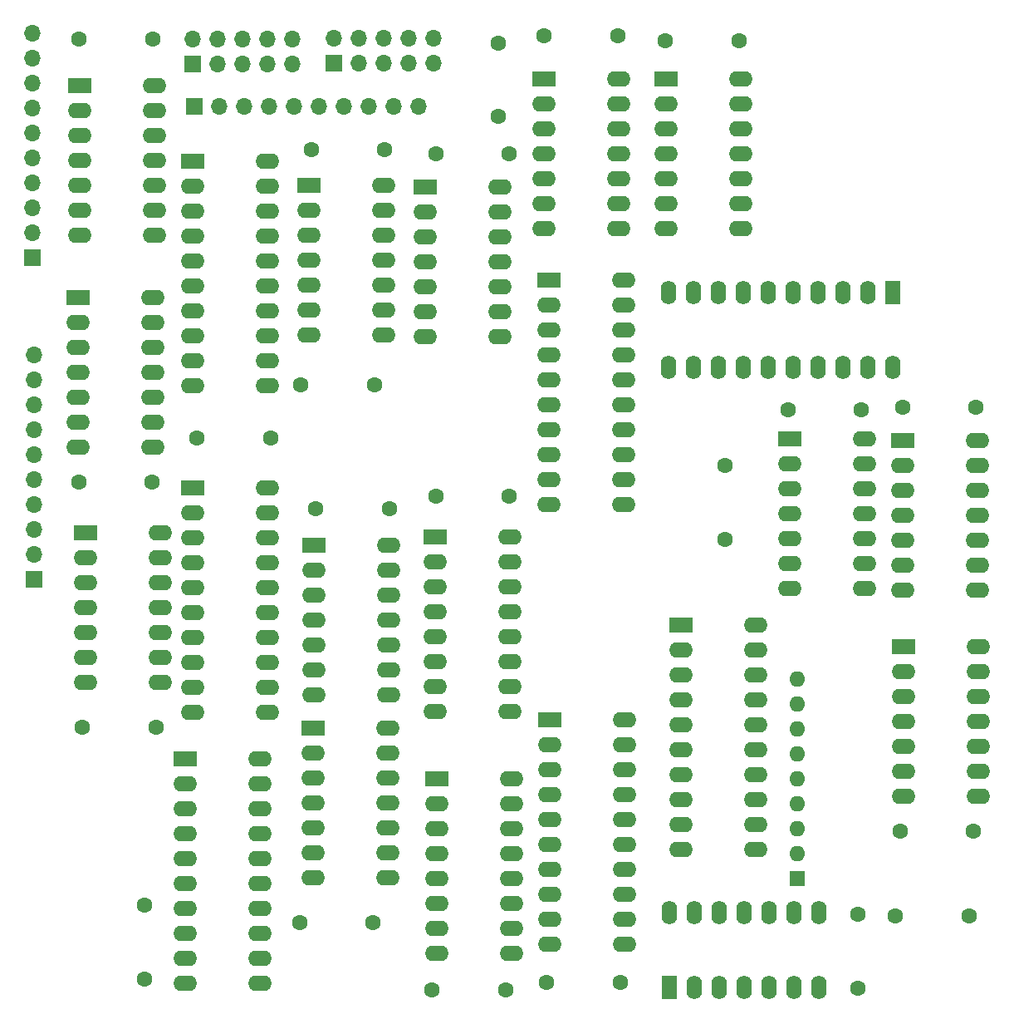
<source format=gbr>
%TF.GenerationSoftware,KiCad,Pcbnew,6.0.2+dfsg-1*%
%TF.CreationDate,2023-02-21T13:38:07-05:00*%
%TF.ProjectId,ALU,414c552e-6b69-4636-9164-5f7063625858,rev?*%
%TF.SameCoordinates,Original*%
%TF.FileFunction,Soldermask,Top*%
%TF.FilePolarity,Negative*%
%FSLAX46Y46*%
G04 Gerber Fmt 4.6, Leading zero omitted, Abs format (unit mm)*
G04 Created by KiCad (PCBNEW 6.0.2+dfsg-1) date 2023-02-21 13:38:07*
%MOMM*%
%LPD*%
G01*
G04 APERTURE LIST*
%ADD10R,2.400000X1.600000*%
%ADD11O,2.400000X1.600000*%
%ADD12C,1.600000*%
%ADD13R,1.700000X1.700000*%
%ADD14O,1.700000X1.700000*%
%ADD15O,1.600000X2.400000*%
%ADD16R,1.600000X2.400000*%
%ADD17O,1.600000X1.600000*%
%ADD18R,1.600000X1.600000*%
G04 APERTURE END LIST*
D10*
%TO.C,U15*%
X57850000Y-35040000D03*
D11*
X57850000Y-37580000D03*
X57850000Y-40120000D03*
X57850000Y-42660000D03*
X57850000Y-45200000D03*
X57850000Y-47740000D03*
X57850000Y-50280000D03*
X57850000Y-52820000D03*
X57850000Y-55360000D03*
X57850000Y-57900000D03*
X65470000Y-57900000D03*
X65470000Y-55360000D03*
X65470000Y-52820000D03*
X65470000Y-50280000D03*
X65470000Y-47740000D03*
X65470000Y-45200000D03*
X65470000Y-42660000D03*
X65470000Y-40120000D03*
X65470000Y-37580000D03*
X65470000Y-35040000D03*
%TD*%
D10*
%TO.C,U2*%
X81540000Y-37635000D03*
D11*
X81540000Y-40175000D03*
X81540000Y-42715000D03*
X81540000Y-45255000D03*
X81540000Y-47795000D03*
X81540000Y-50335000D03*
X81540000Y-52875000D03*
X89160000Y-52875000D03*
X89160000Y-50335000D03*
X89160000Y-47795000D03*
X89160000Y-45255000D03*
X89160000Y-42715000D03*
X89160000Y-40175000D03*
X89160000Y-37635000D03*
%TD*%
D10*
%TO.C,U17*%
X107590000Y-82240000D03*
D11*
X107590000Y-84780000D03*
X107590000Y-87320000D03*
X107590000Y-89860000D03*
X107590000Y-92400000D03*
X107590000Y-94940000D03*
X107590000Y-97480000D03*
X107590000Y-100020000D03*
X107590000Y-102560000D03*
X107590000Y-105100000D03*
X115210000Y-105100000D03*
X115210000Y-102560000D03*
X115210000Y-100020000D03*
X115210000Y-97480000D03*
X115210000Y-94940000D03*
X115210000Y-92400000D03*
X115210000Y-89860000D03*
X115210000Y-87320000D03*
X115210000Y-84780000D03*
X115210000Y-82240000D03*
%TD*%
D10*
%TO.C,U6*%
X70080000Y-92720000D03*
D11*
X70080000Y-95260000D03*
X70080000Y-97800000D03*
X70080000Y-100340000D03*
X70080000Y-102880000D03*
X70080000Y-105420000D03*
X70080000Y-107960000D03*
X77700000Y-107960000D03*
X77700000Y-105420000D03*
X77700000Y-102880000D03*
X77700000Y-100340000D03*
X77700000Y-97800000D03*
X77700000Y-95260000D03*
X77700000Y-92720000D03*
%TD*%
%TO.C,U7*%
X137870000Y-84405000D03*
X137870000Y-86945000D03*
X137870000Y-89485000D03*
X137870000Y-92025000D03*
X137870000Y-94565000D03*
X137870000Y-97105000D03*
X137870000Y-99645000D03*
X130250000Y-99645000D03*
X130250000Y-97105000D03*
X130250000Y-94565000D03*
X130250000Y-92025000D03*
X130250000Y-89485000D03*
X130250000Y-86945000D03*
D10*
X130250000Y-84405000D03*
%TD*%
D12*
%TO.C,C5*%
X130190000Y-60045000D03*
X137690000Y-60045000D03*
%TD*%
D11*
%TO.C,U21*%
X137850000Y-63410000D03*
X137850000Y-65950000D03*
X137850000Y-68490000D03*
X137850000Y-71030000D03*
X137850000Y-73570000D03*
X137850000Y-76110000D03*
X137850000Y-78650000D03*
X130230000Y-78650000D03*
X130230000Y-76110000D03*
X130230000Y-73570000D03*
X130230000Y-71030000D03*
X130230000Y-68490000D03*
X130230000Y-65950000D03*
D10*
X130230000Y-63410000D03*
%TD*%
D12*
%TO.C,C19*%
X58260000Y-63225000D03*
X65760000Y-63225000D03*
%TD*%
%TO.C,C18*%
X76350000Y-57810000D03*
X68850000Y-57810000D03*
%TD*%
%TO.C,C1*%
X82590000Y-69130000D03*
X90090000Y-69130000D03*
%TD*%
%TO.C,C20*%
X77400000Y-33815000D03*
X69900000Y-33815000D03*
%TD*%
%TO.C,C17*%
X136960000Y-111850000D03*
X129460000Y-111850000D03*
%TD*%
%TO.C,C15*%
X90090000Y-34280000D03*
X82590000Y-34280000D03*
%TD*%
D10*
%TO.C,U16*%
X94120000Y-47145000D03*
D11*
X94120000Y-49685000D03*
X94120000Y-52225000D03*
X94120000Y-54765000D03*
X94120000Y-57305000D03*
X94120000Y-59845000D03*
X94120000Y-62385000D03*
X94120000Y-64925000D03*
X94120000Y-67465000D03*
X94120000Y-70005000D03*
X101740000Y-70005000D03*
X101740000Y-67465000D03*
X101740000Y-64925000D03*
X101740000Y-62385000D03*
X101740000Y-59845000D03*
X101740000Y-57305000D03*
X101740000Y-54765000D03*
X101740000Y-52225000D03*
X101740000Y-49685000D03*
X101740000Y-47145000D03*
%TD*%
D10*
%TO.C,U12*%
X94250000Y-91925000D03*
D11*
X94250000Y-94465000D03*
X94250000Y-97005000D03*
X94250000Y-99545000D03*
X94250000Y-102085000D03*
X94250000Y-104625000D03*
X94250000Y-107165000D03*
X94250000Y-109705000D03*
X94250000Y-112245000D03*
X94250000Y-114785000D03*
X101870000Y-114785000D03*
X101870000Y-112245000D03*
X101870000Y-109705000D03*
X101870000Y-107165000D03*
X101870000Y-104625000D03*
X101870000Y-102085000D03*
X101870000Y-99545000D03*
X101870000Y-97005000D03*
X101870000Y-94465000D03*
X101870000Y-91925000D03*
%TD*%
D10*
%TO.C,U9*%
X57080000Y-95850000D03*
D11*
X57080000Y-98390000D03*
X57080000Y-100930000D03*
X57080000Y-103470000D03*
X57080000Y-106010000D03*
X57080000Y-108550000D03*
X57080000Y-111090000D03*
X57080000Y-113630000D03*
X57080000Y-116170000D03*
X57080000Y-118710000D03*
X64700000Y-118710000D03*
X64700000Y-116170000D03*
X64700000Y-113630000D03*
X64700000Y-111090000D03*
X64700000Y-108550000D03*
X64700000Y-106010000D03*
X64700000Y-103470000D03*
X64700000Y-100930000D03*
X64700000Y-98390000D03*
X64700000Y-95850000D03*
%TD*%
D10*
%TO.C,U8*%
X57850000Y-68240000D03*
D11*
X57850000Y-70780000D03*
X57850000Y-73320000D03*
X57850000Y-75860000D03*
X57850000Y-78400000D03*
X57850000Y-80940000D03*
X57850000Y-83480000D03*
X57850000Y-86020000D03*
X57850000Y-88560000D03*
X57850000Y-91100000D03*
X65470000Y-91100000D03*
X65470000Y-88560000D03*
X65470000Y-86020000D03*
X65470000Y-83480000D03*
X65470000Y-80940000D03*
X65470000Y-78400000D03*
X65470000Y-75860000D03*
X65470000Y-73320000D03*
X65470000Y-70780000D03*
X65470000Y-68240000D03*
%TD*%
D12*
%TO.C,C22*%
X101410000Y-118620000D03*
X93910000Y-118620000D03*
%TD*%
D13*
%TO.C,J4*%
X57970000Y-29440000D03*
D14*
X60510000Y-29440000D03*
X63050000Y-29440000D03*
X65590000Y-29440000D03*
X68130000Y-29440000D03*
X70670000Y-29440000D03*
X73210000Y-29440000D03*
X75750000Y-29440000D03*
X78290000Y-29440000D03*
X80830000Y-29440000D03*
%TD*%
D10*
%TO.C,U22*%
X69680000Y-37460000D03*
D11*
X69680000Y-40000000D03*
X69680000Y-42540000D03*
X69680000Y-45080000D03*
X69680000Y-47620000D03*
X69680000Y-50160000D03*
X69680000Y-52700000D03*
X77300000Y-52700000D03*
X77300000Y-50160000D03*
X77300000Y-47620000D03*
X77300000Y-45080000D03*
X77300000Y-42540000D03*
X77300000Y-40000000D03*
X77300000Y-37460000D03*
%TD*%
D12*
%TO.C,C10*%
X125620000Y-119230000D03*
X125620000Y-111730000D03*
%TD*%
%TO.C,C3*%
X77880000Y-70410000D03*
X70380000Y-70410000D03*
%TD*%
D10*
%TO.C,U10*%
X82570000Y-73270000D03*
D11*
X82570000Y-75810000D03*
X82570000Y-78350000D03*
X82570000Y-80890000D03*
X82570000Y-83430000D03*
X82570000Y-85970000D03*
X82570000Y-88510000D03*
X82570000Y-91050000D03*
X90190000Y-91050000D03*
X90190000Y-88510000D03*
X90190000Y-85970000D03*
X90190000Y-83430000D03*
X90190000Y-80890000D03*
X90190000Y-78350000D03*
X90190000Y-75810000D03*
X90190000Y-73270000D03*
%TD*%
D12*
%TO.C,C2*%
X118490000Y-60295000D03*
X125990000Y-60295000D03*
%TD*%
D10*
%TO.C,U11*%
X82670000Y-97890000D03*
D11*
X82670000Y-100430000D03*
X82670000Y-102970000D03*
X82670000Y-105510000D03*
X82670000Y-108050000D03*
X82670000Y-110590000D03*
X82670000Y-113130000D03*
X82670000Y-115670000D03*
X90290000Y-115670000D03*
X90290000Y-113130000D03*
X90290000Y-110590000D03*
X90290000Y-108050000D03*
X90290000Y-105510000D03*
X90290000Y-102970000D03*
X90290000Y-100430000D03*
X90290000Y-97890000D03*
%TD*%
D12*
%TO.C,C21*%
X52880000Y-110800000D03*
X52880000Y-118300000D03*
%TD*%
%TO.C,C16*%
X89010000Y-30460000D03*
X89010000Y-22960000D03*
%TD*%
D15*
%TO.C,U18*%
X129185000Y-56030000D03*
X126645000Y-56030000D03*
X124105000Y-56030000D03*
X121565000Y-56030000D03*
X119025000Y-56030000D03*
X116485000Y-56030000D03*
X113945000Y-56030000D03*
X111405000Y-56030000D03*
X108865000Y-56030000D03*
X106325000Y-56030000D03*
X106325000Y-48410000D03*
X108865000Y-48410000D03*
X111405000Y-48410000D03*
X113945000Y-48410000D03*
X116485000Y-48410000D03*
X119025000Y-48410000D03*
X121565000Y-48410000D03*
X124105000Y-48410000D03*
X126645000Y-48410000D03*
D16*
X129185000Y-48410000D03*
%TD*%
D13*
%TO.C,J5*%
X72220000Y-24990000D03*
D14*
X72220000Y-22450000D03*
X74760000Y-24990000D03*
X74760000Y-22450000D03*
X77300000Y-24990000D03*
X77300000Y-22450000D03*
X79840000Y-24990000D03*
X79840000Y-22450000D03*
X82380000Y-24990000D03*
X82380000Y-22450000D03*
%TD*%
D10*
%TO.C,U3*%
X106080000Y-26655000D03*
D11*
X106080000Y-29195000D03*
X106080000Y-31735000D03*
X106080000Y-34275000D03*
X106080000Y-36815000D03*
X106080000Y-39355000D03*
X106080000Y-41895000D03*
X113700000Y-41895000D03*
X113700000Y-39355000D03*
X113700000Y-36815000D03*
X113700000Y-34275000D03*
X113700000Y-31735000D03*
X113700000Y-29195000D03*
X113700000Y-26655000D03*
%TD*%
D12*
%TO.C,C12*%
X53680000Y-67655000D03*
X46180000Y-67655000D03*
%TD*%
D13*
%TO.C,J2*%
X41675000Y-77580000D03*
D14*
X41675000Y-75040000D03*
X41675000Y-72500000D03*
X41675000Y-69960000D03*
X41675000Y-67420000D03*
X41675000Y-64880000D03*
X41675000Y-62340000D03*
X41675000Y-59800000D03*
X41675000Y-57260000D03*
X41675000Y-54720000D03*
%TD*%
D10*
%TO.C,U1*%
X93595500Y-26639500D03*
D11*
X93595500Y-29179500D03*
X93595500Y-31719500D03*
X93595500Y-34259500D03*
X93595500Y-36799500D03*
X93595500Y-39339500D03*
X93595500Y-41879500D03*
X101215500Y-41879500D03*
X101215500Y-39339500D03*
X101215500Y-36799500D03*
X101215500Y-34259500D03*
X101215500Y-31719500D03*
X101215500Y-29179500D03*
X101215500Y-26639500D03*
%TD*%
D10*
%TO.C,U13*%
X46280000Y-27290000D03*
D11*
X46280000Y-29830000D03*
X46280000Y-32370000D03*
X46280000Y-34910000D03*
X46280000Y-37450000D03*
X46280000Y-39990000D03*
X46280000Y-42530000D03*
X53900000Y-42530000D03*
X53900000Y-39990000D03*
X53900000Y-37450000D03*
X53900000Y-34910000D03*
X53900000Y-32370000D03*
X53900000Y-29830000D03*
X53900000Y-27290000D03*
%TD*%
D15*
%TO.C,U20*%
X106425000Y-111580000D03*
X108965000Y-111580000D03*
X111505000Y-111580000D03*
X114045000Y-111580000D03*
X116585000Y-111580000D03*
X119125000Y-111580000D03*
X121665000Y-111580000D03*
X121665000Y-119200000D03*
X119125000Y-119200000D03*
X116585000Y-119200000D03*
X114045000Y-119200000D03*
X111505000Y-119200000D03*
X108965000Y-119200000D03*
D16*
X106425000Y-119200000D03*
%TD*%
D12*
%TO.C,C11*%
X54090000Y-92670000D03*
X46590000Y-92670000D03*
%TD*%
%TO.C,C9*%
X76200000Y-112585000D03*
X68700000Y-112585000D03*
%TD*%
%TO.C,C13*%
X113520000Y-22730000D03*
X106020000Y-22730000D03*
%TD*%
%TO.C,C8*%
X53740000Y-22595000D03*
X46240000Y-22595000D03*
%TD*%
%TO.C,C14*%
X112110000Y-66020000D03*
X112110000Y-73520000D03*
%TD*%
D10*
%TO.C,U5*%
X46920000Y-72835000D03*
D11*
X46920000Y-75375000D03*
X46920000Y-77915000D03*
X46920000Y-80455000D03*
X46920000Y-82995000D03*
X46920000Y-85535000D03*
X46920000Y-88075000D03*
X54540000Y-88075000D03*
X54540000Y-85535000D03*
X54540000Y-82995000D03*
X54540000Y-80455000D03*
X54540000Y-77915000D03*
X54540000Y-75375000D03*
X54540000Y-72835000D03*
%TD*%
D13*
%TO.C,J1*%
X41485000Y-44780000D03*
D14*
X41485000Y-42240000D03*
X41485000Y-39700000D03*
X41485000Y-37160000D03*
X41485000Y-34620000D03*
X41485000Y-32080000D03*
X41485000Y-29540000D03*
X41485000Y-27000000D03*
X41485000Y-24460000D03*
X41485000Y-21920000D03*
%TD*%
D12*
%TO.C,C4*%
X129930000Y-103210000D03*
X137430000Y-103210000D03*
%TD*%
D10*
%TO.C,U14*%
X46160000Y-48925000D03*
D11*
X46160000Y-51465000D03*
X46160000Y-54005000D03*
X46160000Y-56545000D03*
X46160000Y-59085000D03*
X46160000Y-61625000D03*
X46160000Y-64165000D03*
X53780000Y-64165000D03*
X53780000Y-61625000D03*
X53780000Y-59085000D03*
X53780000Y-56545000D03*
X53780000Y-54005000D03*
X53780000Y-51465000D03*
X53780000Y-48925000D03*
%TD*%
D12*
%TO.C,C7*%
X101165500Y-22244500D03*
X93665500Y-22244500D03*
%TD*%
%TO.C,C6*%
X82210000Y-119380000D03*
X89710000Y-119380000D03*
%TD*%
D10*
%TO.C,U4*%
X70200000Y-74105000D03*
D11*
X70200000Y-76645000D03*
X70200000Y-79185000D03*
X70200000Y-81725000D03*
X70200000Y-84265000D03*
X70200000Y-86805000D03*
X70200000Y-89345000D03*
X77820000Y-89345000D03*
X77820000Y-86805000D03*
X77820000Y-84265000D03*
X77820000Y-81725000D03*
X77820000Y-79185000D03*
X77820000Y-76645000D03*
X77820000Y-74105000D03*
%TD*%
D17*
%TO.C,RN1*%
X119420000Y-87735000D03*
X119420000Y-90275000D03*
X119420000Y-92815000D03*
X119420000Y-95355000D03*
X119420000Y-97895000D03*
X119420000Y-100435000D03*
X119420000Y-102975000D03*
X119420000Y-105515000D03*
D18*
X119420000Y-108055000D03*
%TD*%
D13*
%TO.C,J3*%
X57850000Y-25120000D03*
D14*
X57850000Y-22580000D03*
X60390000Y-25120000D03*
X60390000Y-22580000D03*
X62930000Y-25120000D03*
X62930000Y-22580000D03*
X65470000Y-25120000D03*
X65470000Y-22580000D03*
X68010000Y-25120000D03*
X68010000Y-22580000D03*
%TD*%
D11*
%TO.C,U19*%
X126270000Y-63280000D03*
X126270000Y-65820000D03*
X126270000Y-68360000D03*
X126270000Y-70900000D03*
X126270000Y-73440000D03*
X126270000Y-75980000D03*
X126270000Y-78520000D03*
X118650000Y-78520000D03*
X118650000Y-75980000D03*
X118650000Y-73440000D03*
X118650000Y-70900000D03*
X118650000Y-68360000D03*
X118650000Y-65820000D03*
D10*
X118650000Y-63280000D03*
%TD*%
M02*

</source>
